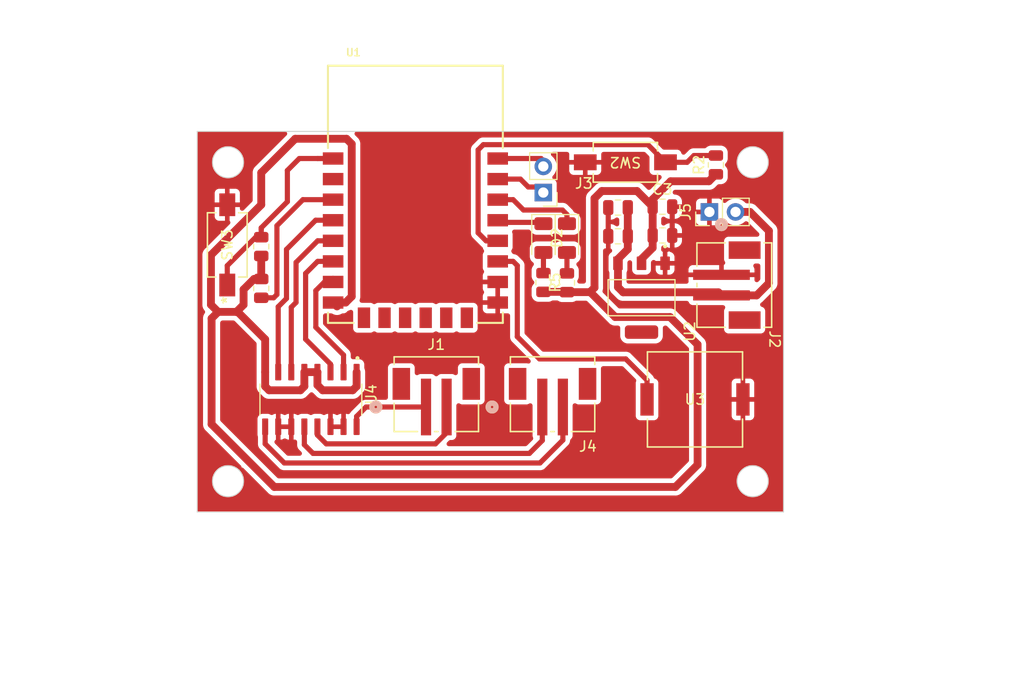
<source format=kicad_pcb>
(kicad_pcb (version 20221018) (generator pcbnew)
  (layers (0 "F.Cu" signal) (31 "B.Cu" signal) (34 "B.Paste" user) (35 "F.Paste" user) (36 "B.SilkS" user "B.Silkscreen") (37 "F.SilkS" user "F.Silkscreen") (38 "B.Mask" user) (39 "F.Mask" user) (44 "Edge.Cuts" user))
  (net 0 "")
  (net 1 "GND")
  (net 2 "VCC")
  (net 3 "/LED2")
  (net 4 "Net-(D1-A)")
  (net 5 "/LED1")
  (net 6 "Net-(J3-Pin_1)")
  (net 7 "Net-(J3-Pin_2)")
  (net 8 "Net-(U1-RST)")
  (net 9 "/boot")
  (net 10 "Net-(U1-EN)")
  (net 12 "/buzzer")
  (net 19 "/VIN")
  (net 20 "Net-(U4A-OUTA1)")
  (net 21 "Net-(D2-A)")
  (net 22 "Net-(U4A-OUTB1)")
  (net 23 "Net-(U4A-OUTA2)")
  (net 24 "Net-(U4A-OUTB2)")
  (net 25 "/in4")
  (net 26 "/in3")
  (net 27 "/in1")
  (net 28 "/in2")
  (footprint "Capacitor_SMD:C_0805_2012Metric" (layer "F.Cu") (at 80.9098 32.4015)
    (fp_text reference "C2" hide)
    (fp_text value "C")
    (fp_line (start -0.261252 -0.735) (end 0.261252 -0.735) (stroke (width 0.12)) (layer "F.SilkS"))
    (fp_line (start -0.261252 0.735) (end 0.261252 0.735) (stroke (width 0.12)) (layer "F.SilkS"))
    (pad "1" smd roundrect locked (at -0.95 0) (size 1 1.45) (layers "F.Cu" "F.Paste" "F.Mask") (net 1 "GND"))
    (pad "2" smd roundrect (at 0.95 0) (size 1 1.45) (layers "F.Cu" "F.Paste" "F.Mask") (net 19 "/VIN"))
  )
  (footprint "esp_lib:CONN_B2B-PH-SM4-TBLFSN_JST" (layer "F.Cu") (at 63.246 50.546)
    (fp_text reference "J1" (at 0 -4.826 unlocked) (layer "F.SilkS"))
    (fp_text value "B2B-PH-SM4-TBLFSN" hide)
    (fp_circle (center -5.8801 1.244801) (end -5.4991 1.244801) (stroke (width 0.508)) (fill none) (layer "B.SilkS"))
    (fp_line (start -4.1021 -3.6322) (end -4.1021 -2.88734) (stroke (width 0.1524)) (layer "F.SilkS"))
    (fp_line (start -4.1021 0.87694) (end -4.1021 3.6322) (stroke (width 0.1524)) (layer "F.SilkS"))
    (fp_line (start -4.1021 3.6322) (end -1.828041 3.6322) (stroke (width 0.1524)) (layer "F.SilkS"))
    (fp_line (start -0.171961 3.6322) (end 0.171961 3.6322) (stroke (width 0.1524)) (layer "F.SilkS"))
    (fp_line (start 1.828041 3.6322) (end 4.1021 3.6322) (stroke (width 0.1524)) (layer "F.SilkS"))
    (fp_line (start 4.1021 -3.6322) (end -4.1021 -3.6322) (stroke (width 0.1524)) (layer "F.SilkS"))
    (fp_line (start 4.1021 -2.88734) (end 4.1021 -3.6322) (stroke (width 0.1524)) (layer "F.SilkS"))
    (fp_line (start 4.1021 3.6322) (end 4.1021 0.87694) (stroke (width 0.1524)) (layer "F.SilkS"))
    (fp_circle (center -5.8801 1.244801) (end -5.4991 1.244801) (stroke (width 0.508)) (fill none) (layer "F.SilkS"))
    (pad "1" smd rect (at -1.000001 1.244801) (size 0.9906 5.5118) (layers "F.Cu" "F.Paste" "F.Mask") (net 20 "Net-(U4A-OUTA1)"))
    (pad "2" smd rect (at 1.000001 1.244801) (size 0.9906 5.5118) (layers "F.Cu" "F.Paste" "F.Mask") (net 22 "Net-(U4A-OUTB1)"))
    (pad "3" smd rect (at -3.399998 -1.0052 90) (size 3.0988 1.7018) (layers "F.Cu" "F.Paste" "F.Mask"))
    (pad "4" smd rect (at 3.399998 -1.0052 90) (size 3.0988 1.7018) (layers "F.Cu" "F.Paste" "F.Mask"))
  )
  (footprint "LED_SMD:LED_1206_3216Metric" (layer "F.Cu") (at 73.66 35.368 -90)
    (fp_text reference "D2" (at 0 -1.312 90) (layer "F.SilkS"))
    (fp_text value "LED" hide)
    (fp_line (start -2.285 -1.135) (end -2.285 1.135) (stroke (width 0.12)) (layer "F.SilkS"))
    (fp_line (start -2.285 1.135) (end 1.6 1.135) (stroke (width 0.12)) (layer "F.SilkS"))
    (fp_line (start 1.6 -1.135) (end -2.285 -1.135) (stroke (width 0.12)) (layer "F.SilkS"))
    (pad "1" smd roundrect (at -1.4 0 270) (size 1.25 1.75) (layers "F.Cu" "F.Paste" "F.Mask") (roundrect_rratio 0.2) (net 5 "/LED1"))
    (pad "2" smd roundrect (at 1.4 0 270) (size 1.25 1.75) (layers "F.Cu" "F.Paste" "F.Mask") (roundrect_rratio 0.2) (net 21 "Net-(D2-A)"))
  )
  (footprint "esp_lib:ESP-12F" (layer "F.Cu") (at 61.214 31.115)
    (fp_text reference "U1" (at -6.03654 -13.788698) (layer "F.SilkS") (effects (font (size 0.700469 0.700469))))
    (fp_text value "ESP-12F")
    (fp_line (start -8.5 -12.5) (end -8.5 -4.5) (stroke (width 0.2)) (layer "F.SilkS"))
    (fp_line (start -8.5 -12.5) (end 8.5 -12.5) (stroke (width 0.2)) (layer "F.SilkS"))
    (fp_line (start -8.5 11.5) (end -8.5 12.5) (stroke (width 0.2)) (layer "F.SilkS"))
    (fp_line (start -8.5 12.5) (end -6 12.5) (stroke (width 0.2)) (layer "F.SilkS"))
    (fp_line (start 8.5 -12.5) (end 8.5 -4.5) (stroke (width 0.2)) (layer "F.SilkS"))
    (fp_line (start 8.5 12.5) (end 6 12.5) (stroke (width 0.2)) (layer "F.SilkS"))
    (fp_line (start 8.5 12.5) (end 8.5 11.5) (stroke (width 0.2)) (layer "F.SilkS"))
    (pad "1" smd rect (at -8 -3.48) (size 2 1.2) (layers "F.Cu" "F.Paste" "F.Mask") (net 8 "Net-(U1-RST)"))
    (pad "2" smd rect (at -8 -1.48) (size 2 1.2) (layers "F.Cu" "F.Paste" "F.Mask"))
    (pad "3" smd rect (at -8 0.52) (size 2 1.2) (layers "F.Cu" "F.Paste" "F.Mask") (net 10 "Net-(U1-EN)"))
    (pad "4" smd rect (at -8 2.52) (size 2 1.2) (layers "F.Cu" "F.Paste" "F.Mask") (net 28 "/in2"))
    (pad "5" smd rect (at -8 4.52) (size 2 1.2) (layers "F.Cu" "F.Paste" "F.Mask") (net 27 "/in1"))
    (pad "6" smd rect (at -8 6.52) (size 2 1.2) (layers "F.Cu" "F.Paste" "F.Mask") (net 25 "/in4"))
    (pad "7" smd rect (at -8 8.52) (size 2 1.2) (layers "F.Cu" "F.Paste" "F.Mask") (net 26 "/in3"))
    (pad "8" smd rect (at -8 10.52) (size 2 1.2) (layers "F.Cu" "F.Paste" "F.Mask") (net 2 "VCC"))
    (pad "9" smd rect (at -5 12 90) (size 2 1.2) (layers "F.Cu" "F.Paste" "F.Mask"))
    (pad "10" smd rect (at -3 12 90) (size 2 1.2) (layers "F.Cu" "F.Paste" "F.Mask"))
    (pad "11" smd rect (at -1 12 90) (size 2 1.2) (layers "F.Cu" "F.Paste" "F.Mask"))
    (pad "12" smd rect (at 1 12 90) (size 2 1.2) (layers "F.Cu" "F.Paste" "F.Mask"))
    (pad "13" smd rect (at 3 12 90) (size 2 1.2) (layers "F.Cu" "F.Paste" "F.Mask"))
    (pad "14" smd rect (at 5 12 90) (size 2 1.2) (layers "F.Cu" "F.Paste" "F.Mask"))
    (pad "15" smd rect (at 8 10.52) (size 2 1.2) (layers "F.Cu" "F.Paste" "F.Mask") (net 1 "GND"))
    (pad "16" smd rect (at 8 8.52) (size 2 1.2) (layers "F.Cu" "F.Paste" "F.Mask") (net 1 "GND"))
    (pad "17" smd rect (at 8 6.52) (size 2 1.2) (layers "F.Cu" "F.Paste" "F.Mask") (net 12 "/buzzer"))
    (pad "18" smd rect (at 8 4.52) (size 2 1.2) (layers "F.Cu" "F.Paste" "F.Mask") (net 9 "/boot"))
    (pad "19" smd rect (at 8 2.52) (size 2 1.2) (layers "F.Cu" "F.Paste" "F.Mask") (net 5 "/LED1"))
    (pad "20" smd rect (at 8 0.52) (size 2 1.2) (layers "F.Cu" "F.Paste" "F.Mask") (net 3 "/LED2"))
    (pad "21" smd rect (at 8 -1.48) (size 2 1.2) (layers "F.Cu" "F.Paste" "F.Mask") (net 6 "Net-(J3-Pin_1)"))
    (pad "22" smd rect (at 8 -3.48) (size 2 1.2) (layers "F.Cu" "F.Paste" "F.Mask") (net 7 "Net-(J3-Pin_2)"))
  )
  (footprint "esp_lib:RS-282G05A3-SM RT_CNK" (layer "F.Cu") (at 42.926 36.031698 90)
    (fp_text reference "SW3" (at 0 0 90 unlocked) (layer "F.SilkS"))
    (fp_text value "RS-282G05A3-SM RT")
    (fp_text user "*" (at -5.3866 0 90 unlocked) (layer "F.SilkS"))
    (fp_text user "*" (at -5.3866 0 90) (layer "F.SilkS"))
    (fp_line (start -3.1242 -1.9304) (end -3.1242 -1.10744) (stroke (width 0.1524)) (layer "F.SilkS"))
    (fp_line (start -3.1242 1.10744) (end -3.1242 1.9304) (stroke (width 0.1524)) (layer "F.SilkS"))
    (fp_line (start -3.1242 1.9304) (end 3.1242 1.9304) (stroke (width 0.1524)) (layer "F.SilkS"))
    (fp_line (start 3.1242 -1.9304) (end -3.1242 -1.9304) (stroke (width 0.1524)) (layer "F.SilkS"))
    (fp_line (start 3.1242 -1.10744) (end 3.1242 -1.9304) (stroke (width 0.1524)) (layer "F.SilkS"))
    (fp_line (start 3.1242 1.9304) (end 3.1242 1.10744) (stroke (width 0.1524)) (layer "F.SilkS"))
    (pad "1" smd rect (at -3.900698 0 90) (size 2.2098 1.5494) (layers "F.Cu" "F.Paste" "F.Mask") (net 8 "Net-(U1-RST)"))
    (pad "2" smd rect (at 3.900698 0 90) (size 2.2098 1.5494) (layers "F.Cu" "F.Paste" "F.Mask") (net 1 "GND"))
  )
  (footprint "Resistor_SMD:R_0805_2012Metric" (layer "F.Cu") (at 90.424 28.256 90)
    (fp_text reference "R2" (at 0 -1.65 90) (layer "F.SilkS"))
    (fp_text value "R")
    (fp_line (start -0.227064 -0.735) (end 0.227064 -0.735) (stroke (width 0.12)) (layer "F.SilkS"))
    (fp_line (start -0.227064 0.735) (end 0.227064 0.735) (stroke (width 0.12)) (layer "F.SilkS"))
    (pad "1" smd roundrect (at -0.9125 0 90) (size 1.025 1.4) (layers "F.Cu" "F.Paste" "F.Mask") (roundrect_rratio 0.243902439) (net 2 "VCC"))
    (pad "2" smd roundrect (at 0.9125 0 90) (size 1.025 1.4) (layers "F.Cu" "F.Paste" "F.Mask") (roundrect_rratio 0.243902439) (net 9 "/boot"))
  )
  (footprint "Connector_PinHeader_2.54mm:PinHeader_1x02_P2.54mm_Vertical" (layer "F.Cu") (at 89.7948 32.828 90)
    (fp_text reference "J5" (at 0 -2.33 90) (layer "F.SilkS"))
    (fp_text value "Conn_01x02_Pin")
    (fp_line (start -1.33 -1.33) (end 0 -1.33) (stroke (width 0.12)) (layer "F.SilkS"))
    (fp_line (start -1.33 0) (end -1.33 -1.33) (stroke (width 0.12)) (layer "F.SilkS"))
    (fp_line (start -1.33 1.27) (end -1.33 3.87) (stroke (width 0.12)) (layer "F.SilkS"))
    (fp_line (start -1.33 1.27) (end 1.33 1.27) (stroke (width 0.12)) (layer "F.SilkS"))
    (fp_line (start -1.33 3.87) (end 1.33 3.87) (stroke (width 0.12)) (layer "F.SilkS"))
    (fp_line (start 1.33 1.27) (end 1.33 3.87) (stroke (width 0.12)) (layer "F.SilkS"))
    (pad "1" thru_hole rect (at 0 0 90) (size 1.7 1.7) (drill 1) (layers "*.Cu" "*.Mask") (net 1 "GND"))
    (pad "2" thru_hole oval (at 0 2.54 90) (size 1.7 1.7) (drill 1) (layers "*.Cu" "*.Mask") (net 19 "/VIN"))
  )
  (footprint "Resistor_SMD:R_0805_2012Metric" (layer "F.Cu") (at 46.228 36.195 -90)
    (fp_text reference "R1" hide)
    (fp_text value "R" hide)
    (fp_line (start -0.227064 -0.735) (end 0.227064 -0.735) (stroke (width 0.12)) (layer "F.SilkS"))
    (fp_line (start -0.227064 0.735) (end 0.227064 0.735) (stroke (width 0.12)) (layer "F.SilkS"))
    (pad "1" smd roundrect (at -0.9125 0 270) (size 1.025 1.4) (layers "F.Cu" "F.Paste" "F.Mask") (roundrect_rratio 0.243902439) (net 8 "Net-(U1-RST)"))
    (pad "2" smd roundrect (at 0.9125 0 270) (size 1.025 1.4) (layers "F.Cu" "F.Paste" "F.Mask") (roundrect_rratio 0.243902439) (net 2 "VCC"))
  )
  (footprint "esp_lib:SM_CPT_9X9_CUD" (layer "F.Cu") (at 88.392 51.054)
    (fp_text reference "U3" (at 0 0 unlocked) (layer "F.SilkS"))
    (fp_text value "CPT-9019S-SMT-TR")
    (fp_line (start -4.6228 -4.6228) (end -4.6228 -1.90754) (stroke (width 0.1524)) (layer "F.SilkS"))
    (fp_line (start -4.6228 1.90754) (end -4.6228 4.6228) (stroke (width 0.1524)) (layer "F.SilkS"))
    (fp_line (start -4.6228 4.6228) (end 4.6228 4.6228) (stroke (width 0.1524)) (layer "F.SilkS"))
    (fp_line (start 4.6228 -4.6228) (end -4.6228 -4.6228) (stroke (width 0.1524)) (layer "F.SilkS"))
    (fp_line (start 4.6228 -1.90754) (end 4.6228 -4.6228) (stroke (width 0.1524)) (layer "F.SilkS"))
    (fp_line (start 4.6228 4.6228) (end 4.6228 1.90754) (stroke (width 0.1524)) (layer "F.SilkS"))
    (pad "1" smd rect (at -4.6609 0) (size 1.2954 3.1496) (layers "F.Cu" "F.Paste" "F.Mask") (net 12 "/buzzer"))
    (pad "2" smd rect (at 4.6609 0) (size 1.2954 3.1496) (layers "F.Cu" "F.Paste" "F.Mask") (net 1 "GND"))
  )
  (footprint "Capacitor_SMD:C_0805_2012Metric" (layer "F.Cu") (at 85.2278 32.32)
    (fp_text reference "C3" (at 0 -1.68) (layer "F.SilkS"))
    (fp_text value "C")
    (fp_line (start -0.261252 -0.735) (end 0.261252 -0.735) (stroke (width 0.12)) (layer "F.SilkS"))
    (fp_line (start -0.261252 0.735) (end 0.261252 0.735) (stroke (width 0.12)) (layer "F.SilkS"))
    (pad "1" smd roundrect (at -0.95 0) (size 1 1.45) (layers "F.Cu" "F.Paste" "F.Mask") (net 2 "VCC"))
    (pad "2" smd roundrect (at 0.95 0) (size 1 1.45) (layers "F.Cu" "F.Paste" "F.Mask") (net 1 "GND"))
  )
  (footprint "esp_lib:SOT229P700X180-4N" (layer "F.Cu") (at 83.1958 41.1645 -90)
    (fp_text reference "U2" (at 3.2755 -4.695 90) (layer "F.SilkS"))
    (fp_text value "AMS1117-3.3" hide)
    (fp_line (start -1.7525 -3.2525) (end 1.7525 -3.2525) (stroke (width 0.127)) (layer "F.SilkS"))
    (fp_line (start -1.7525 3.2525) (end -1.7525 -3.2525) (stroke (width 0.127)) (layer "F.SilkS"))
    (fp_line (start 1.7525 -3.2525) (end 1.7525 3.2525) (stroke (width 0.127)) (layer "F.SilkS"))
    (fp_line (start 1.7525 3.2525) (end -1.7525 3.2525) (stroke (width 0.127)) (layer "F.SilkS"))
    (fp_circle (center -5 -2.29) (end -4.9 -2.29) (stroke (width 0.2)) (fill none) (layer "F.SilkS"))
    (pad "1" smd roundrect (at -3.345 -2.29 270) (size 1.31 0.93) (layers "F.Cu" "F.Paste" "F.Mask") (roundrect_rratio 0.07) (net 1 "GND"))
    (pad "2" smd roundrect (at -3.345 0 270) (size 1.31 0.93) (layers "F.Cu" "F.Paste" "F.Mask") (roundrect_rratio 0.07) (net 2 "VCC"))
    (pad "3" smd roundrect (at -3.345 2.29 270) (size 1.31 0.93) (layers "F.Cu" "F.Paste" "F.Mask") (roundrect_rratio 0.07) (net 19 "/VIN"))
    (pad "4" smd roundrect (at 3.345 0 270) (size 1.31 3.24) (layers "F.Cu" "F.Paste" "F.Mask") (roundrect_rratio 0.24))
  )
  (footprint "LED_SMD:LED_1206_3216Metric" (layer "F.Cu") (at 75.946 35.368 -90)
    (fp_text reference "D1" hide)
    (fp_text value "LED" hide)
    (fp_line (start -2.285 -1.135) (end -2.285 1.135) (stroke (width 0.12)) (layer "F.SilkS"))
    (fp_line (start -2.285 1.135) (end 1.6 1.135) (stroke (width 0.12)) (layer "F.SilkS"))
    (fp_line (start 1.6 -1.135) (end -2.285 -1.135) (stroke (width 0.12)) (layer "F.SilkS"))
    (pad "1" smd roundrect (at -1.4 0 270) (size 1.25 1.75) (layers "F.Cu" "F.Paste" "F.Mask") (roundrect_rratio 0.2) (net 3 "/LED2"))
    (pad "2" smd roundrect (at 1.4 0 270) (size 1.25 1.75) (layers "F.Cu" "F.Paste" "F.Mask") (roundrect_rratio 0.2) (net 4 "Net-(D1-A)"))
  )
  (footprint "esp_lib:MX1508" (layer "F.Cu") (at 51.054 51.054 -90)
    (fp_text reference "U4" (at -0.485 -5.872 90) (layer "F.SilkS"))
    (fp_text value "MX1508")
    (fp_line (start -1.5 -4.95) (end 1.5 -4.95) (stroke (width 0.127)) (layer "F.SilkS"))
    (fp_line (start -1.5 4.95) (end 1.5 4.95) (stroke (width 0.127)) (layer "F.SilkS"))
    (fp_circle (center -4.011 -4.527) (end -3.911 -4.527) (stroke (width 0.2)) (fill none) (layer "F.SilkS"))
    (pad "1" smd roundrect (at -2.655 -4.445 270) (size 1.61 0.59) (layers "F.Cu" "F.Paste" "F.Mask") (roundrect_rratio 0.125) (net 2 "VCC"))
    (pad "2" smd roundrect (at -2.655 -3.175 270) (size 1.61 0.59) (layers "F.Cu" "F.Paste" "F.Mask") (roundrect_rratio 0.125) (net 26 "/in3"))
    (pad "3" smd roundrect (at -2.655 -1.905 270) (size 1.61 0.59) (layers "F.Cu" "F.Paste" "F.Mask") (roundrect_rratio 0.125) (net 25 "/in4"))
    (pad "4" smd roundrect (at -2.655 -0.635 270) (size 1.61 0.59) (layers "F.Cu" "F.Paste" "F.Mask") (roundrect_rratio 0.125) (net 2 "VCC"))
    (pad "5" smd roundrect (at -2.655 0.635 270) (size 1.61 0.59) (layers "F.Cu" "F.Paste" "F.Mask") (roundrect_rratio 0.125) (net 2 "VCC"))
    (pad "6" smd roundrect (at -2.655 1.905 270) (size 1.61 0.59) (layers "F.Cu" "F.Paste" "F.Mask") (roundrect_rratio 0.125) (net 27 "/in1"))
    (pad "7" smd roundrect (at -2.655 3.175 270) (size 1.61 0.59) (layers "F.Cu" "F.Paste" "F.Mask") (roundrect_rratio 0.125) (net 28 "/in2"))
    (pad "8" smd roundrect (at -2.655 4.445 270) (size 1.61 0.59) (layers "F.Cu" "F.Paste" "F.Mask") (roundrect_rratio 0.125) (net 2 "VCC"))
    (pad "9" smd roundrect (at 2.655 4.445 270) (size 1.61 0.59) (layers "F.Cu" "F.Paste" "F.Mask") (roundrect_rratio 0.125) (net 24 "Net-(U4A-OUTB2)"))
    (pad "10" smd roundrect (at 2.655 3.175 270) (size 1.61 0.59) (layers "F.Cu" "F.Paste" "F.Mask") (roundrect_rratio 0.125) (net 1 "GND"))
    (pad "11" smd roundrect (at 2.655 1.905 270) (size 1.61 0.59) (layers "F.Cu" "F.Paste" "F.Mask") (roundrect_rratio 0.125) (net 1 "GND"))
    (pad "12" smd roundrect (at 2.655 0.635 270) (size 1.61 0.59) (layers "F.Cu" "F.Paste" "F.Mask") (roundrect_rratio 0.125) (net 23 "Net-(U4A-OUTA2)"))
    (pad "13" smd roundrect (at 2.655 -0.635 270) (size 1.61 0.59) (layers "F.Cu" "F.Paste" "F.Mask") (roundrect_rratio 0.125) (net 22 "Net-(U4A-OUTB1)"))
    (pad "14" smd roundrect (at 2.655 -1.905 270) (size 1.61 0.59) (layers "F.Cu" "F.Paste" "F.Mask") (roundrect_rratio 0.125) (net 1 "GND"))
    (pad "15" smd roundrect (at 2.655 -3.175 270) (size 1.61 0.59) (layers "F.Cu" "F.Paste" "F.Mask") (roundrect_rratio 0.125) (net 1 "GND"))
    (pad "16" smd roundrect (at 2.655 -4.445 270) (size 1.61 0.59) (layers "F.Cu" "F.Paste" "F.Mask") (roundrect_rratio 0.125) (net 20 "Net-(U4A-OUTA1)"))
  )
  (footprint "Capacitor_SMD:C_0805_2012Metric" (layer "F.Cu") (at 85.2278 35.114)
    (fp_text reference "C4" hide)
    (fp_text value "C")
    (fp_line (start -0.261252 -0.735) (end 0.261252 -0.735) (stroke (width 0.12)) (layer "F.SilkS"))
    (fp_line (start -0.261252 0.735) (end 0.261252 0.735) (stroke (width 0.12)) (layer "F.SilkS"))
    (pad "1" smd roundrect (at -0.95 0) (size 1 1.45) (layers "F.Cu" "F.Paste" "F.Mask") (net 2 "VCC"))
    (pad "2" smd roundrect (at 0.95 0) (size 1 1.45) (layers "F.Cu" "F.Paste" "F.Mask") (net 1 "GND"))
  )
  (footprint "esp_lib:CONN_B2B-PH-SM4-TBLFSN_JST" (layer "F.Cu") (at 92.2128 39.94 -90)
    (fp_text reference "J2" (at 5.272 -3.9262 -90 unlocked) (layer "F.SilkS"))
    (fp_text value "B2B-PH-SM4-TBLFSN" hide)
    (fp_circle (center -5.8801 1.244801) (end -5.4991 1.244801) (stroke (width 0.508)) (fill none) (layer "B.SilkS"))
    (fp_line (start -4.1021 -3.6322) (end -4.1021 -2.88734) (stroke (width 0.1524)) (layer "F.SilkS"))
    (fp_line (start -4.1021 0.87694) (end -4.1021 3.6322) (stroke (width 0.1524)) (layer "F.SilkS"))
    (fp_line (start -4.1021 3.6322) (end -1.828041 3.6322) (stroke (width 0.1524)) (layer "F.SilkS"))
    (fp_line (start -0.171961 3.6322) (end 0.171961 3.6322) (stroke (width 0.1524)) (layer "F.SilkS"))
    (fp_line (start 1.828041 3.6322) (end 4.1021 3.6322) (stroke (width 0.1524)) (layer "F.SilkS"))
    (fp_line (start 4.1021 -3.6322) (end -4.1021 -3.6322) (stroke (width 0.1524)) (layer "F.SilkS"))
    (fp_line (start 4.1021 -2.88734) (end 4.1021 -3.6322) (stroke (width 0.1524)) (layer "F.SilkS"))
    (fp_line (start 4.1021 3.6322) (end 4.1021 0.87694) (stroke (width 0.1524)) (layer "F.SilkS"))
    (fp_circle (center -5.8801 1.244801) (end -5.4991 1.244801) (stroke (width 0.508)) (fill none) (layer "F.SilkS"))
    (pad "1" smd rect (at -1.000001 1.244801 270) (size 0.9906 5.5118) (layers "F.Cu" "F.Paste" "F.Mask") (net 1 "GND"))
    (pad "2" smd rect (at 1.000001 1.244801 270) (size 0.9906 5.5118) (layers "F.Cu" "F.Paste" "F.Mask") (net 19 "/VIN"))
    (pad "3" smd rect (at -3.399998 -1.0052) (size 3.0988 1.7018) (layers "F.Cu" "F.Paste" "F.Mask"))
    (pad "4" smd rect (at 3.399998 -1.0052) (size 3.0988 1.7018) (layers "F.Cu" "F.Paste" "F.Mask"))
  )
  (footprint "Resistor_SMD:R_0805_2012Metric" (layer "F.Cu") (at 75.946 39.7125 90)
    (fp_text reference "R7" hide)
    (fp_text value "R" hide)
    (fp_line (start -0.227064 -0.735) (end 0.227064 -0.735) (stroke (width 0.12)) (layer "F.SilkS"))
    (fp_line (start -0.227064 0.735) (end 0.227064 0.735) (stroke (width 0.12)) (layer "F.SilkS"))
    (pad "1" smd roundrect (at -0.9125 0 90) (size 1.025 1.4) (layers "F.Cu" "F.Paste" "F.Mask") (roundrect_rratio 0.243902439) (net 2 "VCC"))
    (pad "2" smd roundrect (at 0.9125 0 90) (size 1.025 1.4) (layers "F.Cu" "F.Paste" "F.Mask") (roundrect_rratio 0.243902439) (net 4 "Net-(D1-A)"))
  )
  (footprint "Capacitor_SMD:C_0805_2012Metric" (layer "F.Cu") (at 80.9098 35.1955)
    (fp_text reference "C1" hide)
    (fp_text value "C")
    (fp_line (start -0.261252 -0.735) (end 0.261252 -0.735) (stroke (width 0.12)) (layer "F.SilkS"))
    (fp_line (start -0.261252 0.735) (end 0.261252 0.735) (stroke (width 0.12)) (layer "F.SilkS"))
    (pad "1" smd roundrect (at -0.95 0) (size 1 1.45) (layers "F.Cu" "F.Paste" "F.Mask") (net 1 "GND"))
    (pad "2" smd roundrect (at 0.95 0) (size 1 1.45) (layers "F.Cu" "F.Paste" "F.Mask") (net 19 "/VIN"))
  )
  (footprint "Resistor_SMD:R_0805_2012Metric" (layer "F.Cu") (at 46.228 40.259 90)
    (fp_text reference "R4" hide)
    (fp_text value "R" hide)
    (fp_line (start -0.227064 -0.735) (end 0.227064 -0.735) (stroke (width 0.12)) (layer "F.SilkS"))
    (fp_line (start -0.227064 0.735) (end 0.227064 0.735) (stroke (width 0.12)) (layer "F.SilkS"))
    (pad "1" smd roundrect (at -0.9125 0 90) (size 1.025 1.4) (layers "F.Cu" "F.Paste" "F.Mask") (roundrect_rratio 0.243902439) (net 10 "Net-(U1-EN)"))
    (pad "2" smd roundrect (at 0.9125 0 90) (size 1.025 1.4) (layers "F.Cu" "F.Paste" "F.Mask") (roundrect_rratio 0.243902439) (net 2 "VCC"))
  )
  (footprint "esp_lib:RS-282G05A3-SM RT_CNK" (layer "F.Cu") (at 81.624698 28.002 180)
    (fp_text reference "SW2" (at 0 0 180 unlocked) (layer "F.SilkS"))
    (fp_text value "RS-282G05A3-SM RT")
    (fp_line (start -3.1242 -1.9304) (end -3.1242 -1.10744) (stroke (width 0.1524)) (layer "F.SilkS"))
    (fp_line (start -3.1242 1.10744) (end -3.1242 1.9304) (stroke (width 0.1524)) (layer "F.SilkS"))
    (fp_line (start -3.1242 1.9304) (end 3.1242 1.9304) (stroke (width 0.1524)) (layer "F.SilkS"))
    (fp_line (start 3.1242 -1.9304) (end -3.1242 -1.9304) (stroke (width 0.1524)) (layer "F.SilkS"))
    (fp_line (start 3.1242 -1.10744) (end 3.1242 -1.9304) (stroke (width 0.1524)) (layer "F.SilkS"))
    (fp_line (start 3.1242 1.9304) (end 3.1242 1.10744) (stroke (width 0.1524)) (layer "F.SilkS"))
    (pad "1" smd rect (at -3.900698 0 180) (size 2.2098 1.5494) (layers "F.Cu" "F.Paste" "F.Mask") (net 9 "/boot"))
    (pad "2" smd rect (at 3.900698 0 180) (size 2.2098 1.5494) (layers "F.Cu" "F.Paste" "F.Mask") (net 1 "GND"))
  )
  (footprint "esp_lib:CONN_B2B-PH-SM4-TBLFSN_JST" (layer "F.Cu") (at 74.549 50.546)
    (fp_text reference "J4" (at 3.429 5.08 unlocked) (layer "F.SilkS"))
    (fp_text value "B2B-PH-SM4-TBLFSN" hide)
    (fp_circle (center -5.8801 1.244801) (end -5.4991 1.244801) (stroke (width 0.508)) (fill none) (layer "B.SilkS"))
    (fp_line (start -4.1021 -3.6322) (end -4.1021 -2.88734) (stroke (width 0.1524)) (layer "F.SilkS"))
    (fp_line (start -4.1021 0.87694) (end -4.1021 3.6322) (stroke (width 0.1524)) (layer "F.SilkS"))
    (fp_line (start -4.1021 3.6322) (end -1.828041 3.6322) (stroke (width 0.1524)) (layer "F.SilkS"))
    (fp_line (start -0.171961 3.6322) (end 0.171961 3.6322) (stroke (width 0.1524)) (layer "F.SilkS"))
    (fp_line (start 1.828041 3.6322) (end 4.1021 3.6322) (stroke (width 0.1524)) (layer "F.SilkS"))
    (fp_line (start 4.1021 -3.6322) (end -4.1021 -3.6322) (stroke (width 0.1524)) (layer "F.SilkS"))
    (fp_line (start 4.1021 -2.88734) (end 4.1021 -3.6322) (stroke (width 0.1524)) (layer "F.SilkS"))
    (fp_line (start 4.1021 3.6322) (end 4.1021 0.87694) (stroke (width 0.1524)) (layer "F.SilkS"))
    (fp_circle (center -5.8801 1.244801) (end -5.4991 1.244801) (stroke (width 0.508)) (fill none) (layer "F.SilkS"))
    (pad "1" smd rect (at -1.000001 1.244801) (size 0.9906 5.5118) (layers "F.Cu" "F.Paste" "F.Mask") (net 23 "Net-(U4A-OUTA2)"))
    (pad "2" smd rect (at 1.000001 1.244801) (size 0.9906 5.5118) (layers "F.Cu" "F.Paste" "F.Mask") (net 24 "Net-(U4A-OUTB2)"))
    (pad "3" smd rect (at -3.399998 -1.0052 90) (size 3.0988 1.7018) (layers "F.Cu" "F.Paste" "F.Mask"))
    (pad "4" smd rect (at 3.399998 -1.0052 90) (size 3.0988 1.7018) (layers "F.Cu" "F.Paste" "F.Mask"))
  )
  (footprint "Connector_PinHeader_2.54mm:PinHeader_1x02_P2.54mm_Vertical" (layer "F.Cu") (at 73.647968 30.944 180)
    (fp_text reference "J3" (at -3.937 0.889 180) (layer "F.SilkS"))
    (fp_text value "Conn_01x02_Pin" hide)
    (fp_line (start -1.33 -1.33) (end 0 -1.33) (stroke (width 0.12)) (layer "F.SilkS"))
    (fp_line (start -1.33 0) (end -1.33 -1.33) (stroke (width 0.12)) (layer "F.SilkS"))
    (fp_line (start -1.33 1.27) (end -1.33 3.87) (stroke (width 0.12)) (layer "F.SilkS"))
    (fp_line (start -1.33 1.27) (end 1.33 1.27) (stroke (width 0.12)) (layer "F.SilkS"))
    (fp_line (start -1.33 3.87) (end 1.33 3.87) (stroke (width 0.12)) (layer "F.SilkS"))
    (fp_line (start 1.33 1.27) (end 1.33 3.87) (stroke (width 0.12)) (layer "F.SilkS"))
    (pad "1" thru_hole rect (at 0 0 180) (size 1.7 1.7) (drill 1) (layers "*.Cu" "*.Mask") (net 6 "Net-(J3-Pin_1)"))
    (pad "2" thru_hole oval (at 0 2.54 180) (size 1.7 1.7) (drill 1) (layers "*.Cu" "*.Mask") (net 7 "Net-(J3-Pin_2)"))
  )
  (footprint "Resistor_SMD:R_0805_2012Metric" (layer "F.Cu") (at 73.66 39.686 -90)
    (fp_text reference "R5" (at 0 -1.142 90) (layer "F.SilkS"))
    (fp_text value "R" hide)
    (fp_line (start -0.227064 -0.735) (end 0.227064 -0.735) (stroke (width 0.12)) (layer "F.SilkS"))
    (fp_line (start -0.227064 0.735) (end 0.227064 0.735) (stroke (width 0.12)) (layer "F.SilkS"))
    (pad "1" smd roundrect (at -0.9125 0 270) (size 1.025 1.4) (layers "F.Cu" "F.Paste" "F.Mask") (roundrect_rratio 0.243902439) (net 21 "Net-(D2-A)"))
    (pad "2" smd roundrect (at 0.9125 0 270) (size 1.025 1.4) (layers "F.Cu" "F.Paste" "F.Mask") (roundrect_rratio 0.243902439) (net 2 "VCC"))
  )
  (gr_circle (center 43 28) (end 44.51 28) (stroke (width 0.1)) (fill none) (layer "Edge.Cuts"))
  (gr_circle (center 94 59) (end 95.51 59) (stroke (width 0.1)) (fill none) (layer "Edge.Cuts"))
  (gr_circle (center 94 28) (end 95.51 28) (stroke (width 0.1)) (fill none) (layer "Edge.Cuts"))
  (gr_circle (center 43 59) (end 44.51 59) (stroke (width 0.1)) (fill none) (layer "Edge.Cuts"))
  (gr_rect (start 40 25) (end 97 62) (stroke (width 0.1)) (fill none) (layer "Edge.Cuts"))
  (segment (start 79.9598 32.4015) (end 79.9598 35.1955) (width 0.5) (layer "F.Cu") (net 1))
  (segment (start 86.1778 32.32) (end 86.1778 35.114) (width 0.5) (layer "F.Cu") (net 1))
  (segment (start 46.228 37.3615) (end 46.228 39.0925) (width 0.762) (layer "F.Cu") (net 2))
  (segment (start 51.689 49.657) (end 51.689 48.399) (width 0.762) (layer "F.Cu") (net 2))
  (segment (start 53.214 41.635) (end 54.436 41.635) (width 0.762) (layer "F.Cu") (net 2))
  (segment (start 54.517 25.716) (end 49.53 25.716) (width 0.762) (layer "F.Cu") (net 2))
  (segment (start 55.025 41.046) (end 55.025 26.224) (width 0.762) (layer "F.Cu") (net 2))
  (segment (start 78.6238 40.185) (end 78.6238 31.505092) (width 0.762) (layer "F.Cu") (net 2))
  (segment (start 55.499 49.784) (end 55.118 50.165) (width 0.762) (layer "F.Cu") (net 2))
  (segment (start 86.0278 29.845) (end 89.7475 29.845) (width 0.762) (layer "F.Cu") (net 2))
  (segment (start 88.646 45.72) (end 85.9695 43.0435) (width 0.762) (layer "F.Cu") (net 2))
  (segment (start 46.609 49.784) (end 46.99 50.165) (width 0.762) (layer "F.Cu") (net 2))
  (segment (start 50.038 50.165) (end 50.419 49.784) (width 0.762) (layer "F.Cu") (net 2))
  (segment (start 46.228 29.018) (end 46.228 32.131) (width 0.762) (layer "F.Cu") (net 2))
  (segment (start 43.814996 42.545) (end 43.942 42.545) (width 0.762) (layer "F.Cu") (net 2))
  (segment (start 84.2778 36.318) (end 84.2778 35.114) (width 0.762) (layer "F.Cu") (net 2))
  (segment (start 50.419 49.784) (end 50.419 48.399) (width 0.762) (layer "F.Cu") (net 2))
  (segment (start 86.487 59.563) (end 88.646 57.404) (width 0.762) (layer "F.Cu") (net 2))
  (segment (start 54.436 41.635) (end 55.025 41.046) (width 0.762) (layer "F.Cu") (net 2))
  (segment (start 73.66 40.5985) (end 75.9195 40.5985) (width 0.762) (layer "F.Cu") (net 2))
  (segment (start 79.332892 30.796) (end 82.7538 30.796) (width 0.762) (layer "F.Cu") (net 2))
  (segment (start 41.402 43.180004) (end 41.402 53.467) (width 0.762) (layer "F.Cu") (net 2))
  (segment (start 89.7475 29.845) (end 90.424 29.1685) (width 0.762) (layer "F.Cu") (net 2))
  (segment (start 46.482 37.1075) (end 46.228 37.3615) (width 0.762) (layer "F.Cu") (net 2))
  (segment (start 83.1958 37.4) (end 84.2778 36.318) (width 0.762) (layer "F.Cu") (net 2))
  (segment (start 80.6355 43.0435) (end 78.217 40.625) (width 0.762) (layer "F.Cu") (net 2))
  (segment (start 52.197 50.165) (end 51.689 49.657) (width 0.762) (layer "F.Cu") (net 2))
  (segment (start 82.7538 30.796) (end 84.2778 32.32) (width 0.762) (layer "F.Cu") (net 2))
  (segment (start 83.1958 37.8195) (end 83.1958 37.4) (width 0.762) (layer "F.Cu") (net 2))
  (segment (start 53.214 41.635) (end 53.594 42.015) (width 0.762) (layer "F.Cu") (net 2))
  (segment (start 76.2 40.625) (end 78.046 40.625) (width 0.762) (layer "F.Cu") (net 2))
  (segment (start 78.217 40.625) (end 78.1838 40.625) (width 0.762) (layer "F.Cu") (net 2))
  (segment (start 78.6238 31.505092) (end 79.332892 30.796) (width 0.762) (layer "F.Cu") (net 2))
  (segment (start 84.2778 32.32) (end 84.2778 31.595) (width 0.762) (layer "F.Cu") (net 2))
  (segment (start 55.118 50.165) (end 52.197 50.165) (width 0.762) (layer "F.Cu") (net 2))
  (segment (start 78.1838 40.625) (end 78.6238 40.185) (width 0.762) (layer "F.Cu") (net 2))
  (segment (start 49.53 25.716) (end 46.228 29.018) (width 0.762) (layer "F.Cu") (net 2))
  (segment (start 46.609 48.399) (end 46.609 49.784) (width 0.762) (layer "F.Cu") (net 2))
  (segment (start 55.025 26.224) (end 54.517 25.716) (width 0.762) (layer "F.Cu") (net 2))
  (segment (start 84.2778 31.595) (end 86.0278 29.845) (width 0.762) (layer "F.Cu") (net 2))
  (segment (start 47.498 59.563) (end 86.487 59.563) (width 0.762) (layer "F.Cu") (net 2))
  (segment (start 46.99 50.165) (end 50.038 50.165) (width 0.762) (layer "F.Cu") (net 2))
  (segment (start 44.5117 41.848296) (end 44.5117 40.3628) (width 0.762) (layer "F.Cu") (net 2))
  (segment (start 50.419 48.399) (end 51.689 48.399) (width 0.762) (layer "F.Cu") (net 2))
  (segment (start 46.228 32.131) (end 41.3403 37.0187) (width 0.762) (layer "F.Cu") (net 2))
  (segment (start 41.3403 37.0187) (end 41.3403 41.848296) (width 0.762) (layer "F.Cu") (net 2))
  (segment (start 43.814996 42.545) (end 44.5117 41.848296) (width 0.762) (layer "F.Cu") (net 2))
  (segment (start 75.9195 40.5985) (end 75.946 40.625) (width 0.762) (layer "F.Cu") (net 2))
  (segment (start 41.402 53.467) (end 47.498 59.563) (width 0.762) (layer "F.Cu") (net 2))
  (segment (start 42.037004 42.545) (end 43.814996 42.545) (width 0.762) (layer "F.Cu") (net 2))
  (segment (start 41.3403 41.848296) (end 42.037004 42.545) (width 0.762) (layer "F.Cu") (net 2))
  (segment (start 85.9695 43.0435) (end 80.6355 43.0435) (width 0.762) (layer "F.Cu") (net 2))
  (segment (start 88.646 57.404) (end 88.646 45.72) (width 0.762) (layer "F.Cu") (net 2))
  (segment (start 43.942 42.545) (end 46.609 45.212) (width 0.762) (layer "F.Cu") (net 2))
  (segment (start 46.609 45.212) (end 46.609 48.399) (width 0.762) (layer "F.Cu") (net 2))
  (segment (start 42.037004 42.545) (end 41.402 43.180004) (width 0.762) (layer "F.Cu") (net 2))
  (segment (start 44.5117 40.3628) (end 45.528 39.3465) (width 0.762) (layer "F.Cu") (net 2))
  (segment (start 46.228 39.0925) (end 46.482 39.3465) (width 0.762) (layer "F.Cu") (net 2))
  (segment (start 45.528 39.3465) (end 46.228 39.3465) (width 0.762) (layer "F.Cu") (net 2))
  (segment (start 76.1735 40.5985) (end 76.2 40.625) (width 0.762) (layer "F.Cu") (net 2))
  (segment (start 55.499 48.399) (end 55.499 49.784) (width 0.762) (layer "F.Cu") (net 2))
  (segment (start 84.2778 32.32) (end 84.2778 35.114) (width 0.762) (layer "F.Cu") (net 2))
  (segment (start 75.7165 40.625) (end 76.2 40.625) (width 0.762) (layer "F.Cu") (net 2))
  (segment (start 75.946 33.968) (end 75.946 33.082) (width 0.5) (layer "F.Cu") (net 3))
  (segment (start 71.722 32.643) (end 70.714 31.635) (width 0.5) (layer "F.Cu") (net 3))
  (segment (start 70.714 31.635) (end 69.214 31.635) (width 0.5) (layer "F.Cu") (net 3))
  (segment (start 75.946 33.082) (end 75.507 32.643) (width 0.5) (layer "F.Cu") (net 3))
  (segment (start 75.507 32.643) (end 71.722 32.643) (width 0.5) (layer "F.Cu") (net 3))
  (segment (start 75.946 36.768) (end 75.946 38.8) (width 0.5) (layer "F.Cu") (net 4))
  (segment (start 73.536 33.844) (end 73.66 33.968) (width 0.5) (layer "F.Cu") (net 5))
  (segment (start 69.423 33.844) (end 73.536 33.844) (width 0.5) (layer "F.Cu") (net 5))
  (segment (start 69.214 33.635) (end 69.423 33.844) (width 0.5) (layer "F.Cu") (net 5))
  (segment (start 71.418 29.635) (end 72.187 30.404) (width 0.5) (layer "F.Cu") (net 6))
  (segment (start 72.187 30.404) (end 73.66 30.404) (width 0.5) (layer "F.Cu") (net 6))
  (segment (start 69.214 29.635) (end 71.418 29.635) (width 0.5) (layer "F.Cu") (net 6))
  (segment (start 69.214 27.635) (end 73.431 27.635) (width 0.5) (layer "F.Cu") (net 7))
  (segment (start 73.431 27.635) (end 73.66 27.864) (width 0.5) (layer "F.Cu") (net 7))
  (segment (start 69.443 27.864) (end 69.214 27.635) (width 0.5) (layer "F.Cu") (net 7))
  (segment (start 46.228 34.371781) (end 46.228 34.544) (width 0.5) (layer "F.Cu") (net 8))
  (segment (start 48.768 28.795634) (end 48.768 31.831781) (width 0.5) (layer "F.Cu") (net 8))
  (segment (start 51.706 27.635) (end 53.214 27.635) (width 0.508) (layer "F.Cu") (net 8))
  (segment (start 45.6925 35.2825) (end 46.228 35.2825) (width 0.5) (layer "F.Cu") (net 8))
  (segment (start 42.926 38.049) (end 45.6925 35.2825) (width 0.5) (layer "F.Cu") (net 8))
  (segment (start 51.706 27.635) (end 49.928634 27.635) (width 0.5) (layer "F.Cu") (net 8))
  (segment (start 42.926 39.932396) (end 42.926 38.049) (width 0.5) (layer "F.Cu") (net 8))
  (segment (start 46.228 34.544) (end 46.228 35.2825) (width 0.5) (layer "F.Cu") (net 8))
  (segment (start 49.928634 27.635) (end 48.768 28.795634) (width 0.5) (layer "F.Cu") (net 8))
  (segment (start 48.768 31.831781) (end 46.228 34.371781) (width 0.5) (layer "F.Cu") (net 8))
  (segment (start 87.63 28.002) (end 88.2885 27.3435) (width 0.5) (layer "F.Cu") (net 9))
  (segment (start 85.525396 28.002) (end 87.63 28.002) (width 0.5) (layer "F.Cu") (net 9))
  (segment (start 67.818 26.289) (end 83.812396 26.289) (width 0.5) (layer "F.Cu") (net 9))
  (segment (start 69.214 35.635) (end 68.085 35.635) (width 0.5) (layer "F.Cu") (net 9))
  (segment (start 83.812396 26.289) (end 85.525396 28.002) (width 0.5) (layer "F.Cu") (net 9))
  (segment (start 88.2885 27.3435) (end 90.424 27.3435) (width 0.5) (layer "F.Cu") (net 9))
  (segment (start 67.31 34.86) (end 67.31 26.797) (width 0.5) (layer "F.Cu") (net 9))
  (segment (start 68.085 35.635) (end 67.31 34.86) (width 0.5) (layer "F.Cu") (net 9))
  (segment (start 67.31 26.797) (end 67.818 26.289) (width 0.5) (layer "F.Cu") (net 9))
  (segment (start 47.752 40.8555) (end 47.436 41.1715) (width 0.5) (layer "F.Cu") (net 10))
  (segment (start 53.214 31.635) (end 50.28 31.635) (width 0.5) (layer "F.Cu") (net 10))
  (segment (start 50.28 31.635) (end 47.752 34.163) (width 0.5) (layer "F.Cu") (net 10))
  (segment (start 47.436 41.1715) (end 46.228 41.1715) (width 0.5) (layer "F.Cu") (net 10))
  (segment (start 47.752 34.163) (end 47.752 40.8555) (width 0.5) (layer "F.Cu") (net 10))
  (segment (start 83.7311 49.1871) (end 83.7311 51.054) (width 0.5) (layer "F.Cu") (net 12))
  (segment (start 70.714 37.635) (end 71.12 38.041) (width 0.5) (layer "F.Cu") (net 12))
  (segment (start 73.279 47.117) (end 81.661 47.117) (width 0.5) (layer "F.Cu") (net 12))
  (segment (start 81.661 47.117) (end 83.7311 49.1871) (width 0.5) (layer "F.Cu") (net 12))
  (segment (start 71.12 44.958) (end 73.279 47.117) (width 0.5) (layer "F.Cu") (net 12))
  (segment (start 69.214 37.635) (end 70.714 37.635) (width 0.5) (layer "F.Cu") (net 12))
  (segment (start 71.12 38.041) (end 71.12 44.958) (width 0.5) (layer "F.Cu") (net 12))
  (segment (start 93.7368 32.828) (end 92.3348 32.828) (width 0.762) (layer "F.Cu") (net 19))
  (segment (start 90.667998 40.64) (end 90.967999 40.940001) (width 0.762) (layer "F.Cu") (net 19))
  (segment (start 94.387799 40.940001) (end 90.967999 40.940001) (width 0.762) (layer "F.Cu") (net 19))
  (segment (start 80.9058 37.8195) (end 80.9058 40.1388) (width 0.762) (layer "F.Cu") (net 19))
  (segment (start 95.5784 39.7494) (end 95.5784 34.6696) (width 0.762) (layer "F.Cu") (net 19))
  (segment (start 81.407 40.64) (end 90.667998 40.64) (width 0.762) (layer "F.Cu") (net 19))
  (segment (start 81.8598 32.4015) (end 81.8598 35.1955) (width 0.762) (layer "F.Cu") (net 19))
  (segment (start 95.5784 34.6696) (end 93.7368 32.828) (width 0.762) (layer "F.Cu") (net 19))
  (segment (start 80.9058 37.8195) (end 80.9058 37.404) (width 0.762) (layer "F.Cu") (net 19))
  (segment (start 81.8598 36.45) (end 81.8598 35.1955) (width 0.762) (layer "F.Cu") (net 19))
  (segment (start 80.9058 37.404) (end 81.8598 36.45) (width 0.762) (layer "F.Cu") (net 19))
  (segment (start 80.9058 40.1388) (end 81.407 40.64) (width 0.762) (layer "F.Cu") (net 19))
  (segment (start 94.387799 40.940001) (end 95.5784 39.7494) (width 0.762) (layer "F.Cu") (net 19))
  (segment (start 55.499 52.705) (end 55.499 53.709) (width 0.5) (layer "F.Cu") (net 20))
  (segment (start 62.245999 51.790801) (end 56.413199 51.790801) (width 0.5) (layer "F.Cu") (net 20))
  (segment (start 56.413199 51.790801) (end 55.499 52.705) (width 0.5) (layer "F.Cu") (net 20))
  (segment (start 62.245999 51.790801) (end 62.245999 54.051401) (width 0.5) (layer "F.Cu") (net 20))
  (segment (start 73.66 36.768) (end 73.66 38.7735) (width 0.5) (layer "F.Cu") (net 21))
  (segment (start 52.547 55.372) (end 63.164 55.372) (width 0.5) (layer "F.Cu") (net 22))
  (segment (start 63.164 55.372) (end 64.246001 54.289999) (width 0.5) (layer "F.Cu") (net 22))
  (segment (start 51.689 53.709) (end 51.689 54.514) (width 0.5) (layer "F.Cu") (net 22))
  (segment (start 64.246001 54.289999) (end 64.246001 51.790801) (width 0.5) (layer "F.Cu") (net 22))
  (segment (start 51.689 54.514) (end 52.547 55.372) (width 0.5) (layer "F.Cu") (net 22))
  (segment (start 73.548999 55.046701) (end 72.2937 56.302) (width 0.5) (layer "F.Cu") (net 23))
  (segment (start 73.548999 51.790801) (end 73.548999 55.046701) (width 0.5) (layer "F.Cu") (net 23))
  (segment (start 72.2937 56.302) (end 51.263 56.302) (width 0.5) (layer "F.Cu") (net 23))
  (segment (start 51.263 56.302) (end 50.419 55.458) (width 0.5) (layer "F.Cu") (net 23))
  (segment (start 50.419 55.458) (end 50.419 53.709) (width 0.5) (layer "F.Cu") (net 23))
  (segment (start 48.469 57.232) (end 73.324 57.232) (width 0.5) (layer "F.Cu") (net 24))
  (segment (start 73.324 57.232) (end 75.549001 55.006999) (width 0.5) (layer "F.Cu") (net 24))
  (segment (start 75.549001 55.006999) (end 75.549001 51.790801) (width 0.5) (layer "F.Cu") (net 24))
  (segment (start 46.609 55.372) (end 48.469 57.232) (width 0.5) (layer "F.Cu") (net 24))
  (segment (start 46.609 53.709) (end 46.609 55.372) (width 0.5) (layer "F.Cu") (net 24))
  (segment (start 50.542 38.807) (end 50.542 45.203208) (width 0.5) (layer "F.Cu") (net 25))
  (segment (start 52.959 47.620208) (end 52.959 48.399) (width 0.5) (layer "F.Cu") (net 25))
  (segment (start 50.542 45.203208) (end 52.959 47.620208) (width 0.5) (layer "F.Cu") (net 25))
  (segment (start 53.214 37.635) (end 51.714 37.635) (width 0.5) (layer "F.Cu") (net 25))
  (segment (start 51.714 37.635) (end 50.542 38.807) (width 0.5) (layer "F.Cu") (net 25))
  (segment (start 51.534 44.041) (end 54.229 46.736) (width 0.5) (layer "F.Cu") (net 26))
  (segment (start 51.534 40.476) (end 51.534 44.041) (width 0.5) (layer "F.Cu") (net 26))
  (segment (start 53.202 39.294) (end 53.214 39.306) (width 0.508) (layer "F.Cu") (net 26))
  (segment (start 54.229 46.736) (end 54.229 48.399) (width 0.5) (layer "F.Cu") (net 26))
  (segment (start 52.375 39.635) (end 51.534 40.476) (width 0.5) (layer "F.Cu") (net 26))
  (segment (start 53.214 39.635) (end 52.375 39.635) (width 0.5) (layer "F.Cu") (net 26))
  (segment (start 53.214 35.635) (end 51.714 35.635) (width 0.5) (layer "F.Cu") (net 27))
  (segment (start 49.612 41.625937) (end 49.149 42.088937) (width 0.5) (layer "F.Cu") (net 27))
  (segment (start 51.714 35.635) (end 49.612 37.737) (width 0.5) (layer "F.Cu") (net 27))
  (segment (start 49.149 42.088937) (end 49.149 48.399) (width 0.5) (layer "F.Cu") (net 27))
  (segment (start 49.612 37.737) (end 49.612 41.625937) (width 0.5) (layer "F.Cu") (net 27))
  (segment (start 48.682 41.240718) (end 47.879 42.043718) (width 0.5) (layer "F.Cu") (net 28))
  (segment (start 47.879 42.043718) (end 47.879 48.399) (width 0.5) (layer "F.Cu") (net 28))
  (segment (start 51.517 33.635) (end 48.682 36.47) (width 0.5) (layer "F.Cu") (net 28))
  (segment (start 48.682 36.47) (end 48.682 41.240718) (width 0.5) (layer "F.Cu") (net 28))
  (segment (start 53.214 33.635) (end 51.517 33.635) (width 0.5) (layer "F.Cu") (net 28))
  (zone (net 1) (net_name "GND") (layer "F.Cu") (connect_pads (clearance 0.45)) (min_thickness 0.45) (fill yes (thermal_gap 0.45) (thermal_bridge_width 0.45))
    (polygon (pts (xy 26.035 18.415) (xy 120.396 18.415) (xy 120.396 79.121) (xy 25.908 79.121)))
  )
  (zone (net 0) (net_name "") (layer "F.Cu") (connect_pads (clearance 0)) (min_thickness 0.25)
    (keepout (tracks not_allowed) (vias not_allowed) (pads not_allowed) (copperpour not_allowed) (footprints not_allowed))
    (fill (thermal_gap 0.5) (thermal_bridge_width 0.5))
    (polygon (pts (xy 46.482 16.891) (xy 76.32282 16.891) (xy 76.327 24.892) (xy 46.482 24.892)))
  )
)
</source>
